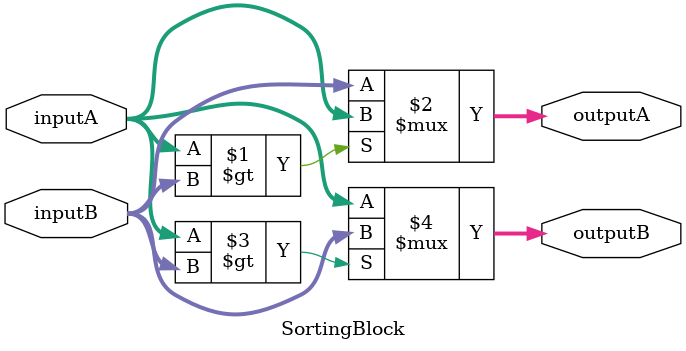
<source format=sv>
`timescale 1ns / 1ps


module SortingBlock(input wire[7:0] inputA, input wire[7:0] inputB, output wire[7:0] outputA, output wire[7:0] outputB);
    assign outputA = inputA > inputB ? inputA : inputB;
    assign outputB = inputA > inputB ? inputB : inputA;
endmodule

</source>
